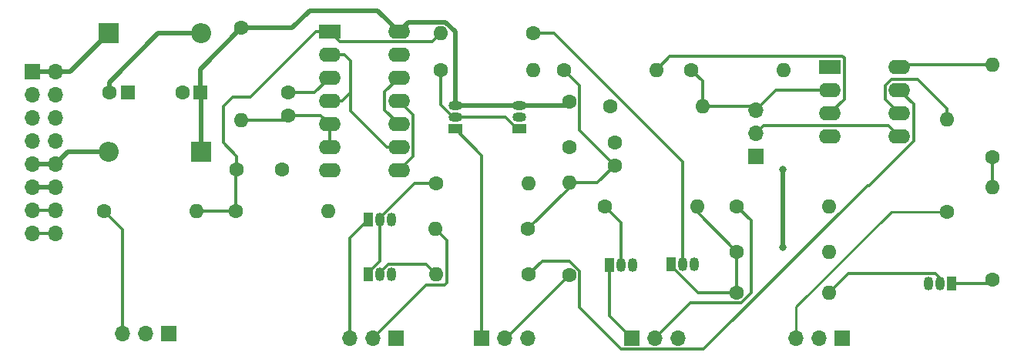
<source format=gbr>
%TF.GenerationSoftware,KiCad,Pcbnew,7.0.1-0*%
%TF.CreationDate,2023-07-04T20:45:14+01:00*%
%TF.ProjectId,Penfold_ADSR,50656e66-6f6c-4645-9f41-4453522e6b69,rev?*%
%TF.SameCoordinates,Original*%
%TF.FileFunction,Copper,L1,Top*%
%TF.FilePolarity,Positive*%
%FSLAX46Y46*%
G04 Gerber Fmt 4.6, Leading zero omitted, Abs format (unit mm)*
G04 Created by KiCad (PCBNEW 7.0.1-0) date 2023-07-04 20:45:14*
%MOMM*%
%LPD*%
G01*
G04 APERTURE LIST*
%TA.AperFunction,ComponentPad*%
%ADD10R,1.050000X1.500000*%
%TD*%
%TA.AperFunction,ComponentPad*%
%ADD11O,1.050000X1.500000*%
%TD*%
%TA.AperFunction,ComponentPad*%
%ADD12C,1.600000*%
%TD*%
%TA.AperFunction,ComponentPad*%
%ADD13O,1.600000X1.600000*%
%TD*%
%TA.AperFunction,ComponentPad*%
%ADD14R,2.200000X2.200000*%
%TD*%
%TA.AperFunction,ComponentPad*%
%ADD15O,2.200000X2.200000*%
%TD*%
%TA.AperFunction,ComponentPad*%
%ADD16R,1.700000X1.700000*%
%TD*%
%TA.AperFunction,ComponentPad*%
%ADD17O,1.700000X1.700000*%
%TD*%
%TA.AperFunction,ComponentPad*%
%ADD18R,1.600000X1.600000*%
%TD*%
%TA.AperFunction,ComponentPad*%
%ADD19R,1.500000X1.050000*%
%TD*%
%TA.AperFunction,ComponentPad*%
%ADD20O,1.500000X1.050000*%
%TD*%
%TA.AperFunction,ComponentPad*%
%ADD21R,2.400000X1.600000*%
%TD*%
%TA.AperFunction,ComponentPad*%
%ADD22O,2.400000X1.600000*%
%TD*%
%TA.AperFunction,ViaPad*%
%ADD23C,0.800000*%
%TD*%
%TA.AperFunction,Conductor*%
%ADD24C,0.500000*%
%TD*%
%TA.AperFunction,Conductor*%
%ADD25C,0.300000*%
%TD*%
%TA.AperFunction,Conductor*%
%ADD26C,0.250000*%
%TD*%
G04 APERTURE END LIST*
D10*
%TO.P,Q6,1,C*%
%TO.N,Net-(Q6-C)*%
X146230000Y-94360000D03*
D11*
%TO.P,Q6,2,B*%
%TO.N,Net-(Q6-B)*%
X147500000Y-94360000D03*
%TO.P,Q6,3,E*%
%TO.N,GND*%
X148770000Y-94360000D03*
%TD*%
D12*
%TO.P,R3,1*%
%TO.N,+12V*%
X99000000Y-68420000D03*
D13*
%TO.P,R3,2*%
%TO.N,Net-(C4-Pad2)*%
X99000000Y-78580000D03*
%TD*%
D14*
%TO.P,D1,1,K*%
%TO.N,Net-(D1-K)*%
X84420000Y-69000000D03*
D15*
%TO.P,D1,2,A*%
%TO.N,-12V*%
X94580000Y-69000000D03*
%TD*%
D10*
%TO.P,Q3,1,C*%
%TO.N,Net-(Q3-C)*%
X112960000Y-95500000D03*
D11*
%TO.P,Q3,2,B*%
%TO.N,Net-(Q3-B)*%
X114230000Y-95500000D03*
%TO.P,Q3,3,E*%
%TO.N,GND*%
X115500000Y-95500000D03*
%TD*%
D12*
%TO.P,C6,1*%
%TO.N,GND*%
X135000000Y-81500000D03*
%TO.P,C6,2*%
%TO.N,+12V*%
X135000000Y-76500000D03*
%TD*%
%TO.P,R13,1*%
%TO.N,Net-(Q2-B)*%
X138920000Y-88000000D03*
D13*
%TO.P,R13,2*%
%TO.N,Net-(Q6-C)*%
X149080000Y-88000000D03*
%TD*%
D16*
%TO.P,J1,1,Pin_1*%
%TO.N,Net-(D1-K)*%
X76000000Y-73220000D03*
D17*
%TO.P,J1,2,Pin_2*%
X78540000Y-73220000D03*
%TO.P,J1,3,Pin_3*%
%TO.N,GND*%
X76000000Y-75760000D03*
%TO.P,J1,4,Pin_4*%
X78540000Y-75760000D03*
%TO.P,J1,5,Pin_5*%
X76000000Y-78300000D03*
%TO.P,J1,6,Pin_6*%
X78540000Y-78300000D03*
%TO.P,J1,7,Pin_7*%
X76000000Y-80840000D03*
%TO.P,J1,8,Pin_8*%
X78540000Y-80840000D03*
%TO.P,J1,9,Pin_9*%
%TO.N,Net-(D2-A)*%
X76000000Y-83380000D03*
%TO.P,J1,10,Pin_10*%
X78540000Y-83380000D03*
%TO.P,J1,11,Pin_11*%
%TO.N,+5V*%
X76000000Y-85920000D03*
%TO.P,J1,12,Pin_12*%
X78540000Y-85920000D03*
%TO.P,J1,13,Pin_13*%
%TO.N,CV Bus*%
X76000000Y-88460000D03*
%TO.P,J1,14,Pin_14*%
X78540000Y-88460000D03*
%TO.P,J1,15,Pin_15*%
%TO.N,Gate Bus*%
X76000000Y-91000000D03*
%TO.P,J1,16,Pin_16*%
X78540000Y-91000000D03*
%TD*%
D12*
%TO.P,C5,1*%
%TO.N,GND*%
X140000000Y-81000000D03*
%TO.P,C5,2*%
%TO.N,B*%
X140000000Y-83500000D03*
%TD*%
D16*
%TO.P,RV1,1,1*%
%TO.N,unconnected-(RV1-Pad1)*%
X116000000Y-102500000D03*
D17*
%TO.P,RV1,2,2*%
%TO.N,Net-(R8-Pad2)*%
X113460000Y-102500000D03*
%TO.P,RV1,3,3*%
%TO.N,Net-(Q4-C)*%
X110920000Y-102500000D03*
%TD*%
D12*
%TO.P,R12,1*%
%TO.N,GND*%
X139500000Y-77000000D03*
D13*
%TO.P,R12,2*%
%TO.N,Net-(U2A--)*%
X149660000Y-77000000D03*
%TD*%
D18*
%TO.P,C1,1*%
%TO.N,+12V*%
X94500000Y-75500000D03*
D12*
%TO.P,C1,2*%
%TO.N,GND*%
X92500000Y-75500000D03*
%TD*%
D16*
%TO.P,J4,1,Pin_1*%
%TO.N,GND*%
X165040000Y-102500000D03*
D17*
%TO.P,J4,2,Pin_2*%
X162500000Y-102500000D03*
%TO.P,J4,3,Pin_3*%
%TO.N,B*%
X159960000Y-102500000D03*
%TD*%
D12*
%TO.P,C3,1*%
%TO.N,A*%
X98500000Y-84000000D03*
%TO.P,C3,2*%
%TO.N,GND*%
X103500000Y-84000000D03*
%TD*%
D10*
%TO.P,Q2,1,C*%
%TO.N,Net-(Q2-C)*%
X139460000Y-94500000D03*
D11*
%TO.P,Q2,2,B*%
%TO.N,Net-(Q2-B)*%
X140730000Y-94500000D03*
%TO.P,Q2,3,E*%
%TO.N,GND*%
X142000000Y-94500000D03*
%TD*%
D12*
%TO.P,R8,1*%
%TO.N,B*%
X130500000Y-90500000D03*
D13*
%TO.P,R8,2*%
%TO.N,Net-(R8-Pad2)*%
X120340000Y-90500000D03*
%TD*%
D12*
%TO.P,R7,1*%
%TO.N,Net-(R7-Pad1)*%
X135000000Y-95580000D03*
D13*
%TO.P,R7,2*%
%TO.N,B*%
X135000000Y-85420000D03*
%TD*%
D19*
%TO.P,Q1,1,C*%
%TO.N,C*%
X129500000Y-79500000D03*
D20*
%TO.P,Q1,2,B*%
%TO.N,Net-(Q1-B)*%
X129500000Y-78230000D03*
%TO.P,Q1,3,E*%
%TO.N,+12V*%
X129500000Y-76960000D03*
%TD*%
D12*
%TO.P,R17,1*%
%TO.N,Net-(Q7-C)*%
X181500000Y-96080000D03*
D13*
%TO.P,R17,2*%
%TO.N,Net-(Q1-B)*%
X181500000Y-85920000D03*
%TD*%
D16*
%TO.P,J2,1,Pin_1*%
%TO.N,GND*%
X91040000Y-102000000D03*
D17*
%TO.P,J2,2,Pin_2*%
X88500000Y-102000000D03*
%TO.P,J2,3,Pin_3*%
%TO.N,Gate In*%
X85960000Y-102000000D03*
%TD*%
D19*
%TO.P,Q5,1,C*%
%TO.N,Net-(Q5-C)*%
X122500000Y-79500000D03*
D20*
%TO.P,Q5,2,B*%
%TO.N,C*%
X122500000Y-78230000D03*
%TO.P,Q5,3,E*%
%TO.N,+12V*%
X122500000Y-76960000D03*
%TD*%
D16*
%TO.P,RV4,1,1*%
%TO.N,Net-(Q2-C)*%
X141920000Y-102500000D03*
D17*
%TO.P,RV4,2,2*%
%TO.N,Net-(R19-Pad1)*%
X144460000Y-102500000D03*
%TO.P,RV4,3,3*%
%TO.N,unconnected-(RV4-Pad3)*%
X147000000Y-102500000D03*
%TD*%
D16*
%TO.P,RV2,1,1*%
%TO.N,Net-(Q5-C)*%
X125420000Y-102500000D03*
D17*
%TO.P,RV2,2,2*%
%TO.N,Net-(R7-Pad1)*%
X127960000Y-102500000D03*
%TO.P,RV2,3,3*%
%TO.N,unconnected-(RV2-Pad3)*%
X130500000Y-102500000D03*
%TD*%
D21*
%TO.P,U1,1*%
%TO.N,A*%
X108675000Y-68800000D03*
D22*
%TO.P,U1,2*%
%TO.N,Net-(U1-Pad2)*%
X108675000Y-71340000D03*
%TO.P,U1,3*%
%TO.N,Net-(C4-Pad1)*%
X108675000Y-73880000D03*
%TO.P,U1,4*%
%TO.N,Net-(U1-Pad2)*%
X108675000Y-76420000D03*
%TO.P,U1,5*%
%TO.N,Net-(C4-Pad2)*%
X108675000Y-78960000D03*
%TO.P,U1,6*%
X108675000Y-81500000D03*
%TO.P,U1,7,VSS*%
%TO.N,GND*%
X108675000Y-84040000D03*
%TO.P,U1,8*%
%TO.N,Net-(U1-Pad11)*%
X116295000Y-84040000D03*
%TO.P,U1,9*%
%TO.N,Net-(U1-Pad2)*%
X116295000Y-81500000D03*
%TO.P,U1,10*%
%TO.N,E*%
X116295000Y-78960000D03*
%TO.P,U1,11*%
%TO.N,Net-(U1-Pad11)*%
X116295000Y-76420000D03*
%TO.P,U1,12*%
%TO.N,E*%
X116295000Y-73880000D03*
%TO.P,U1,13*%
%TO.N,G*%
X116295000Y-71340000D03*
%TO.P,U1,14,VDD*%
%TO.N,+12V*%
X116295000Y-68800000D03*
%TD*%
D12*
%TO.P,R2,1*%
%TO.N,A*%
X98420000Y-88500000D03*
D13*
%TO.P,R2,2*%
%TO.N,GND*%
X108580000Y-88500000D03*
%TD*%
D12*
%TO.P,R11,1*%
%TO.N,Net-(U2A--)*%
X148420000Y-73000000D03*
D13*
%TO.P,R11,2*%
%TO.N,+12V*%
X158580000Y-73000000D03*
%TD*%
D12*
%TO.P,R4,1*%
%TO.N,D*%
X130580000Y-95500000D03*
D13*
%TO.P,R4,2*%
%TO.N,Net-(Q3-B)*%
X120420000Y-95500000D03*
%TD*%
D12*
%TO.P,R10,1*%
%TO.N,B*%
X134420000Y-73000000D03*
D13*
%TO.P,R10,2*%
%TO.N,F*%
X144580000Y-73000000D03*
%TD*%
D16*
%TO.P,RV3,1,1*%
%TO.N,GND*%
X155500000Y-82525000D03*
D17*
%TO.P,RV3,2,2*%
%TO.N,Net-(U2B-+)*%
X155500000Y-79985000D03*
%TO.P,RV3,3,3*%
%TO.N,Net-(U2A--)*%
X155500000Y-77445000D03*
%TD*%
D14*
%TO.P,D2,1,K*%
%TO.N,+12V*%
X94580000Y-82000000D03*
D15*
%TO.P,D2,2,A*%
%TO.N,Net-(D2-A)*%
X84420000Y-82000000D03*
%TD*%
D18*
%TO.P,C2,1*%
%TO.N,GND*%
X86500000Y-75500000D03*
D12*
%TO.P,C2,2*%
%TO.N,-12V*%
X84500000Y-75500000D03*
%TD*%
D10*
%TO.P,Q4,1,C*%
%TO.N,Net-(Q4-C)*%
X112960000Y-89500000D03*
D11*
%TO.P,Q4,2,B*%
%TO.N,Net-(Q3-C)*%
X114230000Y-89500000D03*
%TO.P,Q4,3,E*%
%TO.N,GND*%
X115500000Y-89500000D03*
%TD*%
D12*
%TO.P,R6,1*%
%TO.N,C*%
X120920000Y-73000000D03*
D13*
%TO.P,R6,2*%
%TO.N,E*%
X131080000Y-73000000D03*
%TD*%
D12*
%TO.P,R15,1*%
%TO.N,Net-(Q6-B)*%
X131080000Y-69000000D03*
D13*
%TO.P,R15,2*%
%TO.N,A*%
X120920000Y-69000000D03*
%TD*%
D12*
%TO.P,R1,1*%
%TO.N,Gate In*%
X83920000Y-88500000D03*
D13*
%TO.P,R1,2*%
%TO.N,A*%
X94080000Y-88500000D03*
%TD*%
D12*
%TO.P,R16,1*%
%TO.N,Net-(Q6-C)*%
X153420000Y-97500000D03*
D13*
%TO.P,R16,2*%
%TO.N,Net-(Q7-B)*%
X163580000Y-97500000D03*
%TD*%
D21*
%TO.P,U2,1*%
%TO.N,G*%
X163675000Y-72700000D03*
D22*
%TO.P,U2,2,-*%
%TO.N,Net-(U2A--)*%
X163675000Y-75240000D03*
%TO.P,U2,3,+*%
%TO.N,F*%
X163675000Y-77780000D03*
%TO.P,U2,4,V-*%
%TO.N,GND*%
X163675000Y-80320000D03*
%TO.P,U2,5,+*%
%TO.N,Net-(U2B-+)*%
X171295000Y-80320000D03*
%TO.P,U2,6,-*%
%TO.N,Net-(U2B--)*%
X171295000Y-77780000D03*
%TO.P,U2,7*%
%TO.N,D*%
X171295000Y-75240000D03*
%TO.P,U2,8,V+*%
%TO.N,+12V*%
X171295000Y-72700000D03*
%TD*%
D12*
%TO.P,C4,1*%
%TO.N,Net-(C4-Pad1)*%
X104175000Y-75500000D03*
%TO.P,C4,2*%
%TO.N,Net-(C4-Pad2)*%
X104175000Y-78000000D03*
%TD*%
%TO.P,R5,1*%
%TO.N,Net-(Q3-C)*%
X120420000Y-85500000D03*
D13*
%TO.P,R5,2*%
%TO.N,E*%
X130580000Y-85500000D03*
%TD*%
D12*
%TO.P,R18,1*%
%TO.N,Net-(Q1-B)*%
X181500000Y-82580000D03*
D13*
%TO.P,R18,2*%
%TO.N,+12V*%
X181500000Y-72420000D03*
%TD*%
D12*
%TO.P,R14,1*%
%TO.N,Net-(Q6-C)*%
X153420000Y-93000000D03*
D13*
%TO.P,R14,2*%
%TO.N,+12V*%
X163580000Y-93000000D03*
%TD*%
D12*
%TO.P,R9,1*%
%TO.N,B*%
X176500000Y-88580000D03*
D13*
%TO.P,R9,2*%
%TO.N,Net-(U2B--)*%
X176500000Y-78420000D03*
%TD*%
D12*
%TO.P,R19,1*%
%TO.N,Net-(R19-Pad1)*%
X153420000Y-88000000D03*
D13*
%TO.P,R19,2*%
%TO.N,B*%
X163580000Y-88000000D03*
%TD*%
D10*
%TO.P,Q7,1,C*%
%TO.N,Net-(Q7-C)*%
X177000000Y-96500000D03*
D11*
%TO.P,Q7,2,B*%
%TO.N,Net-(Q7-B)*%
X175730000Y-96500000D03*
%TO.P,Q7,3,E*%
%TO.N,GND*%
X174460000Y-96500000D03*
%TD*%
D23*
%TO.N,GND*%
X158500000Y-84000000D03*
X158500000Y-92500000D03*
%TD*%
D24*
%TO.N,+12V*%
X94500000Y-72920000D02*
X99000000Y-68420000D01*
X94580000Y-75580000D02*
X94500000Y-75500000D01*
D25*
X181500000Y-72420000D02*
X171575000Y-72420000D01*
D24*
X94580000Y-82000000D02*
X94580000Y-75580000D01*
X94500000Y-75500000D02*
X94500000Y-72920000D01*
X122500000Y-76960000D02*
X129500000Y-76960000D01*
X116295000Y-68800000D02*
X117345000Y-67750000D01*
X129500000Y-76960000D02*
X134540000Y-76960000D01*
D25*
X171575000Y-72420000D02*
X171295000Y-72700000D01*
D24*
X113995000Y-66500000D02*
X116295000Y-68800000D01*
X122500000Y-68812233D02*
X122500000Y-76960000D01*
X121437767Y-67750000D02*
X122500000Y-68812233D01*
X104580000Y-68420000D02*
X106500000Y-66500000D01*
X117345000Y-67750000D02*
X121437767Y-67750000D01*
X99000000Y-68420000D02*
X104580000Y-68420000D01*
X134540000Y-76960000D02*
X135000000Y-76500000D01*
X106500000Y-66500000D02*
X113995000Y-66500000D01*
%TO.N,GND*%
X158500000Y-84000000D02*
X158500000Y-92500000D01*
%TO.N,-12V*%
X84500000Y-74368630D02*
X89868630Y-69000000D01*
X89868630Y-69000000D02*
X94580000Y-69000000D01*
X84500000Y-75500000D02*
X84500000Y-74368630D01*
D25*
%TO.N,A*%
X119970000Y-69950000D02*
X109825000Y-69950000D01*
X98500000Y-82500000D02*
X98500000Y-84000000D01*
X97000000Y-77000000D02*
X97000000Y-81000000D01*
X98420000Y-84080000D02*
X98500000Y-84000000D01*
X99953654Y-76000000D02*
X98000000Y-76000000D01*
X109825000Y-69950000D02*
X108675000Y-68800000D01*
X108675000Y-68800000D02*
X107153654Y-68800000D01*
X98000000Y-76000000D02*
X97000000Y-77000000D01*
X107153654Y-68800000D02*
X99953654Y-76000000D01*
X94080000Y-88500000D02*
X98420000Y-88500000D01*
X97000000Y-81000000D02*
X98500000Y-82500000D01*
X98420000Y-88500000D02*
X98420000Y-84080000D01*
X120920000Y-69000000D02*
X119970000Y-69950000D01*
%TO.N,Net-(C4-Pad1)*%
X107055000Y-75500000D02*
X108675000Y-73880000D01*
X104175000Y-75500000D02*
X107055000Y-75500000D01*
%TO.N,Net-(C4-Pad2)*%
X108675000Y-78960000D02*
X108675000Y-81500000D01*
X99000000Y-78580000D02*
X103595000Y-78580000D01*
X107715000Y-78000000D02*
X108675000Y-78960000D01*
X103595000Y-78580000D02*
X104175000Y-78000000D01*
X104175000Y-78000000D02*
X107715000Y-78000000D01*
%TO.N,B*%
X136150000Y-79650000D02*
X136150000Y-74730000D01*
X136150000Y-74730000D02*
X134420000Y-73000000D01*
X138080000Y-85420000D02*
X140000000Y-83500000D01*
X130500000Y-90500000D02*
X135000000Y-86000000D01*
D26*
X170420000Y-88580000D02*
X176500000Y-88580000D01*
D25*
X135000000Y-85420000D02*
X138080000Y-85420000D01*
D26*
X159960000Y-102500000D02*
X159960000Y-99040000D01*
D25*
X135000000Y-86000000D02*
X135000000Y-85420000D01*
D26*
X159960000Y-99040000D02*
X170420000Y-88580000D01*
D25*
X140000000Y-83500000D02*
X136150000Y-79650000D01*
D24*
%TO.N,Net-(D1-K)*%
X80200000Y-73220000D02*
X84420000Y-69000000D01*
X78540000Y-73220000D02*
X80200000Y-73220000D01*
X76000000Y-73220000D02*
X78540000Y-73220000D01*
%TO.N,Net-(D2-A)*%
X79920000Y-82000000D02*
X78540000Y-83380000D01*
X84420000Y-82000000D02*
X79920000Y-82000000D01*
X76000000Y-83380000D02*
X78540000Y-83380000D01*
D25*
%TO.N,Gate Bus*%
X76000000Y-91000000D02*
X78540000Y-91000000D01*
%TO.N,CV Bus*%
X76000000Y-88460000D02*
X78540000Y-88460000D01*
D24*
%TO.N,+5V*%
X76000000Y-85920000D02*
X78540000Y-85920000D01*
D25*
%TO.N,Gate In*%
X85960000Y-90540000D02*
X83920000Y-88500000D01*
X85960000Y-102000000D02*
X85960000Y-90540000D01*
%TO.N,C*%
X120920000Y-76875000D02*
X122275000Y-78230000D01*
X122500000Y-78230000D02*
X128005000Y-78230000D01*
X129275000Y-79500000D02*
X129500000Y-79500000D01*
X120920000Y-73000000D02*
X120920000Y-76875000D01*
X128005000Y-78230000D02*
X129275000Y-79500000D01*
X122275000Y-78230000D02*
X122500000Y-78230000D01*
%TO.N,Net-(Q1-B)*%
X181500000Y-85920000D02*
X181500000Y-82580000D01*
%TO.N,Net-(Q2-C)*%
X139460000Y-94500000D02*
X139460000Y-100040000D01*
X139460000Y-100040000D02*
X141920000Y-102500000D01*
%TO.N,Net-(Q2-B)*%
X140730000Y-89810000D02*
X138920000Y-88000000D01*
X140730000Y-94500000D02*
X140730000Y-89810000D01*
%TO.N,Net-(Q3-C)*%
X112960000Y-95500000D02*
X112960000Y-95275000D01*
X118005000Y-85500000D02*
X120420000Y-85500000D01*
X114230000Y-94005000D02*
X114230000Y-89500000D01*
X112960000Y-95275000D02*
X114230000Y-94005000D01*
X114230000Y-89500000D02*
X114230000Y-89275000D01*
X114230000Y-89275000D02*
X118005000Y-85500000D01*
%TO.N,Net-(Q3-B)*%
X114230000Y-95307563D02*
X115137563Y-94400000D01*
X114230000Y-95500000D02*
X114230000Y-95307563D01*
X115137563Y-94400000D02*
X119320000Y-94400000D01*
X119320000Y-94400000D02*
X120420000Y-95500000D01*
%TO.N,Net-(Q4-C)*%
X110920000Y-102500000D02*
X110920000Y-91540000D01*
X110920000Y-91540000D02*
X112960000Y-89500000D01*
%TO.N,Net-(Q5-C)*%
X125420000Y-82420000D02*
X125420000Y-102500000D01*
X125420000Y-82420000D02*
X122500000Y-79500000D01*
%TO.N,Net-(Q6-C)*%
X153420000Y-93000000D02*
X149080000Y-88660000D01*
X146230000Y-94585000D02*
X149145000Y-97500000D01*
X146230000Y-94360000D02*
X146230000Y-94585000D01*
X149080000Y-88660000D02*
X149080000Y-88000000D01*
X149145000Y-97500000D02*
X153420000Y-97500000D01*
X153420000Y-97500000D02*
X153420000Y-93000000D01*
%TO.N,Net-(Q6-B)*%
X131080000Y-69000000D02*
X133373654Y-69000000D01*
X133373654Y-69000000D02*
X147500000Y-83126346D01*
X147500000Y-83126346D02*
X147500000Y-94360000D01*
%TO.N,Net-(Q7-C)*%
X177000000Y-96500000D02*
X181080000Y-96500000D01*
X181080000Y-96500000D02*
X181500000Y-96080000D01*
%TO.N,Net-(Q7-B)*%
X175730000Y-96500000D02*
X175730000Y-95900000D01*
X175730000Y-95900000D02*
X175230000Y-95400000D01*
X175230000Y-95400000D02*
X165680000Y-95400000D01*
X165680000Y-95400000D02*
X163580000Y-97500000D01*
%TO.N,D*%
X149800000Y-103700000D02*
X167800000Y-85700000D01*
X172845000Y-80796346D02*
X172845000Y-76790000D01*
X167800000Y-85700000D02*
X167941346Y-85700000D01*
X130580000Y-95500000D02*
X132080000Y-94000000D01*
X135046346Y-94000000D02*
X136150000Y-95103654D01*
X132080000Y-94000000D02*
X135046346Y-94000000D01*
X172845000Y-76790000D02*
X171295000Y-75240000D01*
X136150000Y-99130000D02*
X140720000Y-103700000D01*
X136150000Y-95103654D02*
X136150000Y-99130000D01*
X140720000Y-103700000D02*
X149800000Y-103700000D01*
X167941346Y-85700000D02*
X172845000Y-80796346D01*
%TO.N,E*%
X116295000Y-73880000D02*
X114745000Y-75430000D01*
X114745000Y-77410000D02*
X116295000Y-78960000D01*
X114745000Y-75430000D02*
X114745000Y-77410000D01*
%TO.N,Net-(R7-Pad1)*%
X135000000Y-95580000D02*
X128080000Y-102500000D01*
X128080000Y-102500000D02*
X127960000Y-102500000D01*
%TO.N,Net-(R8-Pad2)*%
X119310000Y-96650000D02*
X121350000Y-96650000D01*
X121570000Y-96430000D02*
X121570000Y-91730000D01*
X113460000Y-102500000D02*
X119310000Y-96650000D01*
X121570000Y-91730000D02*
X120340000Y-90500000D01*
X121350000Y-96650000D02*
X121570000Y-96430000D01*
%TO.N,Net-(U2B--)*%
X169745000Y-74763654D02*
X170418654Y-74090000D01*
X176500000Y-77288630D02*
X176500000Y-78420000D01*
X171295000Y-77780000D02*
X169745000Y-76230000D01*
X173301370Y-74090000D02*
X176500000Y-77288630D01*
X170418654Y-74090000D02*
X173301370Y-74090000D01*
X169745000Y-76230000D02*
X169745000Y-74763654D01*
%TO.N,F*%
X165225000Y-71725000D02*
X165225000Y-76230000D01*
X146030000Y-71550000D02*
X165050000Y-71550000D01*
X165050000Y-71550000D02*
X165225000Y-71725000D01*
X165225000Y-76230000D02*
X163675000Y-77780000D01*
X144580000Y-73000000D02*
X146030000Y-71550000D01*
%TO.N,Net-(U2A--)*%
X149660000Y-74240000D02*
X148420000Y-73000000D01*
X163675000Y-75240000D02*
X157705000Y-75240000D01*
X149660000Y-77000000D02*
X155055000Y-77000000D01*
X155055000Y-77000000D02*
X155500000Y-77445000D01*
X157705000Y-75240000D02*
X155500000Y-77445000D01*
X149660000Y-77000000D02*
X149660000Y-74240000D01*
%TO.N,Net-(R19-Pad1)*%
X155000000Y-89580000D02*
X153420000Y-88000000D01*
X155000000Y-97546346D02*
X155000000Y-89580000D01*
X148310000Y-98650000D02*
X153896346Y-98650000D01*
X144460000Y-102500000D02*
X148310000Y-98650000D01*
X153896346Y-98650000D02*
X155000000Y-97546346D01*
%TO.N,Net-(U1-Pad2)*%
X111000000Y-75500000D02*
X110080000Y-76420000D01*
X111000000Y-77500000D02*
X111000000Y-75500000D01*
X116295000Y-81500000D02*
X115000000Y-81500000D01*
X110080000Y-76420000D02*
X108675000Y-76420000D01*
X111000000Y-72000000D02*
X111000000Y-75500000D01*
X115000000Y-81500000D02*
X111000000Y-77500000D01*
X110340000Y-71340000D02*
X111000000Y-72000000D01*
X108675000Y-71340000D02*
X110340000Y-71340000D01*
%TO.N,Net-(U1-Pad11)*%
X117845000Y-82490000D02*
X116295000Y-84040000D01*
X117845000Y-77970000D02*
X117845000Y-82490000D01*
X116295000Y-76420000D02*
X117845000Y-77970000D01*
%TO.N,Net-(U2B-+)*%
X156350000Y-79135000D02*
X170110000Y-79135000D01*
X170110000Y-79135000D02*
X171295000Y-80320000D01*
X155500000Y-79985000D02*
X156350000Y-79135000D01*
%TD*%
M02*

</source>
